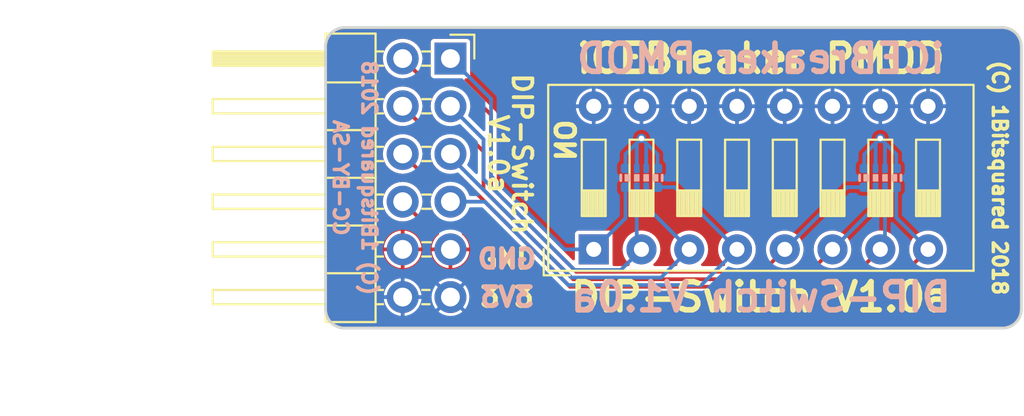
<source format=kicad_pcb>
(kicad_pcb (version 20221018) (generator pcbnew)
  (title_block (title "iCEBreaker PMOD - dip switch") (rev "V1.0a") (company "1BitSquared") (comment 1 "(C) 2018 Piotr Esden-Tempski <piotr@esden.net>") (comment 2 "(C) 2018 1BitSquared <info@1bitsquared.com>") (comment 3 "License: CC-BY-SA V4.0"))
  (layers (0 "F.Cu" signal) (31 "B.Cu" signal) (34 "B.Paste" user) (35 "F.Paste" user) (36 "B.SilkS" user "B.Silkscreen") (37 "F.SilkS" user "F.Silkscreen") (38 "B.Mask" user) (39 "F.Mask" user) (44 "Edge.Cuts" user))
  (net 0 "")
  (net 1 "GND")
  (net 2 "+3V3")
  (net 3 "/DIP1")
  (net 4 "/DIP2")
  (net 5 "/DIP3")
  (net 6 "/DIP4")
  (net 7 "/DIP8")
  (net 8 "/DIP7")
  (net 9 "/DIP6")
  (net 10 "/DIP5")
  (footprint "pkl_connectors:PMODHeader_2x06_P2.54mm_Horizontal" (layer "F.Cu") (at 36.64 46.55 180)
    (fp_text reference "J1")
    (fp_text value "PMOD")
    (fp_line (start -1.27 13.97) (end -1.27 12.7) (stroke (width 0.12)) (layer "F.SilkS"))
    (fp_line (start 0 13.97) (end -1.27 13.97) (stroke (width 0.12)) (layer "F.SilkS"))
    (fp_line (start 1.042929 2.16) (end 1.497071 2.16) (stroke (width 0.12)) (layer "F.SilkS"))
    (fp_line (start 1.042929 2.92) (end 1.497071 2.92) (stroke (width 0.12)) (layer "F.SilkS"))
    (fp_line (start 1.042929 4.7) (end 1.497071 4.7) (stroke (width 0.12)) (layer "F.SilkS"))
    (fp_line (start 1.042929 5.46) (end 1.497071 5.46) (stroke (width 0.12)) (layer "F.SilkS"))
    (fp_line (start 1.042929 7.24) (end 1.497071 7.24) (stroke (width 0.12)) (layer "F.SilkS"))
    (fp_line (start 1.042929 8) (end 1.497071 8) (stroke (width 0.12)) (layer "F.SilkS"))
    (fp_line (start 1.042929 9.78) (end 1.497071 9.78) (stroke (width 0.12)) (layer "F.SilkS"))
    (fp_line (start 1.042929 10.54) (end 1.497071 10.54) (stroke (width 0.12)) (layer "F.SilkS"))
    (fp_line (start 1.042929 12.32) (end 1.497071 12.32) (stroke (width 0.12)) (layer "F.SilkS"))
    (fp_line (start 1.042929 13.08) (end 1.497071 13.08) (stroke (width 0.12)) (layer "F.SilkS"))
    (fp_line (start 1.11 -0.38) (end 1.497071 -0.38) (stroke (width 0.12)) (layer "F.SilkS"))
    (fp_line (start 1.11 0.38) (end 1.497071 0.38) (stroke (width 0.12)) (layer "F.SilkS"))
    (fp_line (start 3.582929 -0.38) (end 3.98 -0.38) (stroke (width 0.12)) (layer "F.SilkS"))
    (fp_line (start 3.582929 0.38) (end 3.98 0.38) (stroke (width 0.12)) (layer "F.SilkS"))
    (fp_line (start 3.582929 2.16) (end 3.98 2.16) (stroke (width 0.12)) (layer "F.SilkS"))
    (fp_line (start 3.582929 2.92) (end 3.98 2.92) (stroke (width 0.12)) (layer "F.SilkS"))
    (fp_line (start 3.582929 4.7) (end 3.98 4.7) (stroke (width 0.12)) (layer "F.SilkS"))
    (fp_line (start 3.582929 5.46) (end 3.98 5.46) (stroke (width 0.12)) (layer "F.SilkS"))
    (fp_line (start 3.582929 7.24) (end 3.98 7.24) (stroke (width 0.12)) (layer "F.SilkS"))
    (fp_line (start 3.582929 8) (end 3.98 8) (stroke (width 0.12)) (layer "F.SilkS"))
    (fp_line (start 3.582929 9.78) (end 3.98 9.78) (stroke (width 0.12)) (layer "F.SilkS"))
    (fp_line (start 3.582929 10.54) (end 3.98 10.54) (stroke (width 0.12)) (layer "F.SilkS"))
    (fp_line (start 3.582929 12.32) (end 3.98 12.32) (stroke (width 0.12)) (layer "F.SilkS"))
    (fp_line (start 3.582929 13.08) (end 3.98 13.08) (stroke (width 0.12)) (layer "F.SilkS"))
    (fp_line (start 3.98 -1.33) (end 3.98 14.03) (stroke (width 0.12)) (layer "F.SilkS"))
    (fp_line (start 3.98 1.27) (end 6.64 1.27) (stroke (width 0.12)) (layer "F.SilkS"))
    (fp_line (start 3.98 3.81) (end 6.64 3.81) (stroke (width 0.12)) (layer "F.SilkS"))
    (fp_line (start 3.98 6.35) (end 6.64 6.35) (stroke (width 0.12)) (layer "F.SilkS"))
    (fp_line (start 3.98 8.89) (end 6.64 8.89) (stroke (width 0.12)) (layer "F.SilkS"))
    (fp_line (start 3.98 11.43) (end 6.64 11.43) (stroke (width 0.12)) (layer "F.SilkS"))
    (fp_line (start 3.98 14.03) (end 6.64 14.03) (stroke (width 0.12)) (layer "F.SilkS"))
    (fp_line (start 6.64 -1.33) (end 3.98 -1.33) (stroke (width 0.12)) (layer "F.SilkS"))
    (fp_line (start 6.64 -0.38) (end 12.64 -0.38) (stroke (width 0.12)) (layer "F.SilkS"))
    (fp_line (start 6.64 2.16) (end 12.64 2.16) (stroke (width 0.12)) (layer "F.SilkS"))
    (fp_line (start 6.64 4.7) (end 12.64 4.7) (stroke (width 0.12)) (layer "F.SilkS"))
    (fp_line (start 6.64 7.24) (end 12.64 7.24) (stroke (width 0.12)) (layer "F.SilkS"))
    (fp_line (start 6.64 9.78) (end 12.64 9.78) (stroke (width 0.12)) (layer "F.SilkS"))
    (fp_line (start 6.64 12.32) (end 12.64 12.32) (stroke (width 0.12)) (layer "F.SilkS"))
    (fp_line (start 6.64 12.38) (end 12.64 12.38) (stroke (width 0.12)) (layer "F.SilkS"))
    (fp_line (start 6.64 12.5) (end 12.64 12.5) (stroke (width 0.12)) (layer "F.SilkS"))
    (fp_line (start 6.64 12.62) (end 12.64 12.62) (stroke (width 0.12)) (layer "F.SilkS"))
    (fp_line (start 6.64 12.74) (end 12.64 12.74) (stroke (width 0.12)) (layer "F.SilkS"))
    (fp_line (start 6.64 12.86) (end 12.64 12.86) (stroke (width 0.12)) (layer "F.SilkS"))
    (fp_line (start 6.64 12.98) (end 12.64 12.98) (stroke (width 0.12)) (layer "F.SilkS"))
    (fp_line (start 6.64 14.03) (end 6.64 -1.33) (stroke (width 0.12)) (layer "F.SilkS"))
    (fp_line (start 12.64 -0.38) (end 12.64 0.38) (stroke (width 0.12)) (layer "F.SilkS"))
    (fp_line (start 12.64 0.38) (end 6.64 0.38) (stroke (width 0.12)) (layer "F.SilkS"))
    (fp_line (start 12.64 2.16) (end 12.64 2.92) (stroke (width 0.12)) (layer "F.SilkS"))
    (fp_line (start 12.64 2.92) (end 6.64 2.92) (stroke (width 0.12)) (layer "F.SilkS"))
    (fp_line (start 12.64 4.7) (end 12.64 5.46) (stroke (width 0.12)) (layer "F.SilkS"))
    (fp_line (start 12.64 5.46) (end 6.64 5.46) (stroke (width 0.12)) (layer "F.SilkS"))
    (fp_line (start 12.64 7.24) (end 12.64 8) (stroke (width 0.12)) (layer "F.SilkS"))
    (fp_line (start 12.64 8) (end 6.64 8) (stroke (width 0.12)) (layer "F.SilkS"))
    (fp_line (start 12.64 9.78) (end 12.64 10.54) (stroke (width 0.12)) (layer "F.SilkS"))
    (fp_line (start 12.64 10.54) (end 6.64 10.54) (stroke (width 0.12)) (layer "F.SilkS"))
    (fp_line (start 12.64 12.32) (end 12.64 13.08) (stroke (width 0.12)) (layer "F.SilkS"))
    (fp_line (start 12.64 13.08) (end 6.64 13.08) (stroke (width 0.12)) (layer "F.SilkS"))
    (pad "1" thru_hole rect (at 0 12.7 180) (size 1.7 1.7) (drill 1) (layers "*.Cu" "*.Mask") (net 3 "/DIP1"))
    (pad "2" thru_hole oval (at 0 10.16 180) (size 1.7 1.7) (drill 1) (layers "*.Cu" "*.Mask") (net 4 "/DIP2"))
    (pad "3" thru_hole oval (at 0 7.62 180) (size 1.7 1.7) (drill 1) (layers "*.Cu" "*.Mask") (net 5 "/DIP3"))
    (pad "4" thru_hole oval (at 0 5.08 180) (size 1.7 1.7) (drill 1) (layers "*.Cu" "*.Mask") (net 6 "/DIP4"))
    (pad "5" thru_hole oval (at 0 2.54 180) (size 1.7 1.7) (drill 1) (layers "*.Cu" "*.Mask") (net 1 "GND"))
    (pad "6" thru_hole circle (at 0 0 180) (size 1.7 1.7) (drill 1) (layers "*.Cu" "*.Mask") (net 2 "+3V3"))
    (pad "7" thru_hole circle (at 2.54 12.7 180) (size 1.7 1.7) (drill 1) (layers "*.Cu" "*.Mask") (net 10 "/DIP5"))
    (pad "8" thru_hole oval (at 2.54 10.16 180) (size 1.7 1.7) (drill 1) (layers "*.Cu" "*.Mask") (net 9 "/DIP6"))
    (pad "9" thru_hole oval (at 2.54 7.62 180) (size 1.7 1.7) (drill 1) (layers "*.Cu" "*.Mask") (net 8 "/DIP7"))
    (pad "10" thru_hole oval (at 2.54 5.08 180) (size 1.7 1.7) (drill 1) (layers "*.Cu" "*.Mask") (net 7 "/DIP8"))
    (pad "11" thru_hole oval (at 2.54 2.54 180) (size 1.7 1.7) (drill 1) (layers "*.Cu" "*.Mask") (net 1 "GND"))
    (pad "12" thru_hole oval (at 2.54 0 180) (size 1.7 1.7) (drill 1) (layers "*.Cu" "*.Mask") (net 2 "+3V3"))
  )
  (footprint "Button_Switch_THT:SW_DIP_SPSTx08_Slide_9.78x22.5mm_W7.62mm_P2.54mm" (layer "F.Cu") (at 44.26 44.01 90)
    (fp_text reference "SW1")
    (fp_text value "SW_DIP_x08")
    (fp_line (start -1.38 -2.66) (end -1.38 -1.277) (stroke (width 0.12)) (layer "F.SilkS"))
    (fp_line (start -1.38 -2.66) (end 0.004 -2.66) (stroke (width 0.12)) (layer "F.SilkS"))
    (fp_line (start -1.14 -2.42) (end -1.14 20.201) (stroke (width 0.12)) (layer "F.SilkS"))
    (fp_line (start -1.14 -2.42) (end 8.76 -2.42) (stroke (width 0.12)) (layer "F.SilkS"))
    (fp_line (start -1.14 20.201) (end 8.76 20.201) (stroke (width 0.12)) (layer "F.SilkS"))
    (fp_line (start 1.78 -0.635) (end 1.78 0.635) (stroke (width 0.12)) (layer "F.SilkS"))
    (fp_line (start 1.78 -0.515) (end 3.133333 -0.515) (stroke (width 0.12)) (layer "F.SilkS"))
    (fp_line (start 1.78 -0.395) (end 3.133333 -0.395) (stroke (width 0.12)) (layer "F.SilkS"))
    (fp_line (start 1.78 -0.275) (end 3.133333 -0.275) (stroke (width 0.12)) (layer "F.SilkS"))
    (fp_line (start 1.78 -0.155) (end 3.133333 -0.155) (stroke (width 0.12)) (layer "F.SilkS"))
    (fp_line (start 1.78 -0.035) (end 3.133333 -0.035) (stroke (width 0.12)) (layer "F.SilkS"))
    (fp_line (start 1.78 0.085) (end 3.133333 0.085) (stroke (width 0.12)) (layer "F.SilkS"))
    (fp_line (start 1.78 0.205) (end 3.133333 0.205) (stroke (width 0.12)) (layer "F.SilkS"))
    (fp_line (start 1.78 0.325) (end 3.133333 0.325) (stroke (width 0.12)) (layer "F.SilkS"))
    (fp_line (start 1.78 0.445) (end 3.133333 0.445) (stroke (width 0.12)) (layer "F.SilkS"))
    (fp_line (start 1.78 0.565) (end 3.133333 0.565) (stroke (width 0.12)) (layer "F.SilkS"))
    (fp_line (start 1.78 0.635) (end 5.84 0.635) (stroke (width 0.12)) (layer "F.SilkS"))
    (fp_line (start 1.78 1.905) (end 1.78 3.175) (stroke (width 0.12)) (layer "F.SilkS"))
    (fp_line (start 1.78 2.025) (end 3.133333 2.025) (stroke (width 0.12)) (layer "F.SilkS"))
    (fp_line (start 1.78 2.145) (end 3.133333 2.145) (stroke (width 0.12)) (layer "F.SilkS"))
    (fp_line (start 1.78 2.265) (end 3.133333 2.265) (stroke (width 0.12)) (layer "F.SilkS"))
    (fp_line (start 1.78 2.385) (end 3.133333 2.385) (stroke (width 0.12)) (layer "F.SilkS"))
    (fp_line (start 1.78 2.505) (end 3.133333 2.505) (stroke (width 0.12)) (layer "F.SilkS"))
    (fp_line (start 1.78 2.625) (end 3.133333 2.625) (stroke (width 0.12)) (layer "F.SilkS"))
    (fp_line (start 1.78 2.745) (end 3.133333 2.745) (stroke (width 0.12)) (layer "F.SilkS"))
    (fp_line (start 1.78 2.865) (end 3.133333 2.865) (stroke (width 0.12)) (layer "F.SilkS"))
    (fp_line (start 1.78 2.985) (end 3.133333 2.985) (stroke (width 0.12)) (layer "F.SilkS"))
    (fp_line (start 1.78 3.105) (end 3.133333 3.105) (stroke (width 0.12)) (layer "F.SilkS"))
    (fp_line (start 1.78 3.175) (end 5.84 3.175) (stroke (width 0.12)) (layer "F.SilkS"))
    (fp_line (start 1.78 4.445) (end 1.78 5.715) (stroke (width 0.12)) (layer "F.SilkS"))
    (fp_line (start 1.78 4.565) (end 3.133333 4.565) (stroke (width 0.12)) (layer "F.SilkS"))
    (fp_line (start 1.78 4.685) (end 3.133333 4.685) (stroke (width 0.12)) (layer "F.SilkS"))
    (fp_line (start 1.78 4.805) (end 3.133333 4.805) (stroke (width 0.12)) (layer "F.SilkS"))
    (fp_line (start 1.78 4.925) (end 3.133333 4.925) (stroke (width 0.12)) (layer "F.SilkS"))
    (fp_line (start 1.78 5.045) (end 3.133333 5.045) (stroke (width 0.12)) (layer "F.SilkS"))
    (fp_line (start 1.78 5.165) (end 3.133333 5.165) (stroke (width 0.12)) (layer "F.SilkS"))
    (fp_line (start 1.78 5.285) (end 3.133333 5.285) (stroke (width 0.12)) (layer "F.SilkS"))
    (fp_line (start 1.78 5.405) (end 3.133333 5.405) (stroke (width 0.12)) (layer "F.SilkS"))
    (fp_line (start 1.78 5.525) (end 3.133333 5.525) (stroke (width 0.12)) (layer "F.SilkS"))
    (fp_line (start 1.78 5.645) (end 3.133333 5.645) (stroke (width 0.12)) (layer "F.SilkS"))
    (fp_line (start 1.78 5.715) (end 5.84 5.715) (stroke (width 0.12)) (layer "F.SilkS"))
    (fp_line (start 1.78 6.985) (end 1.78 8.255) (stroke (width 0.12)) (layer "F.SilkS"))
    (fp_line (start 1.78 7.105) (end 3.133333 7.105) (stroke (width 0.12)) (layer "F.SilkS"))
    (fp_line (start 1.78 7.225) (end 3.133333 7.225) (stroke (width 0.12)) (layer "F.SilkS"))
    (fp_line (start 1.78 7.345) (end 3.133333 7.345) (stroke (width 0.12)) (layer "F.SilkS"))
    (fp_line (start 1.78 7.465) (end 3.133333 7.465) (stroke (width 0.12)) (layer "F.SilkS"))
    (fp_line (start 1.78 7.585) (end 3.133333 7.585) (stroke (width 0.12)) (layer "F.SilkS"))
    (fp_line (start 1.78 7.705) (end 3.133333 7.705) (stroke (width 0.12)) (layer "F.SilkS"))
    (fp_line (start 1.78 7.825) (end 3.133333 7.825) (stroke (width 0.12)) (layer "F.SilkS"))
    (fp_line (start 1.78 7.945) (end 3.133333 7.945) (stroke (width 0.12)) (layer "F.SilkS"))
    (fp_line (start 1.78 8.065) (end 3.133333 8.065) (stroke (width 0.12)) (layer "F.SilkS"))
    (fp_line (start 1.78 8.185) (end 3.133333 8.185) (stroke (width 0.12)) (layer "F.SilkS"))
    (fp_line (start 1.78 8.255) (end 5.84 8.255) (stroke (width 0.12)) (layer "F.SilkS"))
    (fp_line (start 1.78 9.525) (end 1.78 10.795) (stroke (width 0.12)) (layer "F.SilkS"))
    (fp_line (start 1.78 9.645) (end 3.133333 9.645) (stroke (width 0.12)) (layer "F.SilkS"))
    (fp_line (start 1.78 9.765) (end 3.133333 9.765) (stroke (width 0.12)) (layer "F.SilkS"))
    (fp_line (start 1.78 9.885) (end 3.133333 9.885) (stroke (width 0.12)) (layer "F.SilkS"))
    (fp_line (start 1.78 10.005) (end 3.133333 10.005) (stroke (width 0.12)) (layer "F.SilkS"))
    (fp_line (start 1.78 10.125) (end 3.133333 10.125) (stroke (width 0.12)) (layer "F.SilkS"))
    (fp_line (start 1.78 10.245) (end 3.133333 10.245) (stroke (width 0.12)) (layer "F.SilkS"))
    (fp_line (start 1.78 10.365) (end 3.133333 10.365) (stroke (width 0.12)) (layer "F.SilkS"))
    (fp_line (start 1.78 10.485) (end 3.133333 10.485) (stroke (width 0.12)) (layer "F.SilkS"))
    (fp_line (start 1.78 10.605) (end 3.133333 10.605) (stroke (width 0.12)) (layer "F.SilkS"))
    (fp_line (start 1.78 10.725) (end 3.133333 10.725) (stroke (width 0.12)) (layer "F.SilkS"))
    (fp_line (start 1.78 10.795) (end 5.84 10.795) (stroke (width 0.12)) (layer "F.SilkS"))
    (fp_line (start 1.78 12.065) (end 1.78 13.335) (stroke (width 0.12)) (layer "F.SilkS"))
    (fp_line (start 1.78 12.185) (end 3.133333 12.185) (stroke (width 0.12)) (layer "F.SilkS"))
    (fp_line (start 1.78 12.305) (end 3.133333 12.305) (stroke (width 0.12)) (layer "F.SilkS"))
    (fp_line (start 1.78 12.425) (end 3.133333 12.425) (stroke (width 0.12)) (layer "F.SilkS"))
    (fp_line (start 1.78 12.545) (end 3.133333 12.545) (stroke (width 0.12)) (layer "F.SilkS"))
    (fp_line (start 1.78 12.665) (end 3.133333 12.665) (stroke (width 0.12)) (layer "F.SilkS"))
    (fp_line (start 1.78 12.785) (end 3.133333 12.785) (stroke (width 0.12)) (layer "F.SilkS"))
    (fp_line (start 1.78 12.905) (end 3.133333 12.905) (stroke (width 0.12)) (layer "F.SilkS"))
    (fp_line (start 1.78 13.025) (end 3.133333 13.025) (stroke (width 0.12)) (layer "F.SilkS"))
    (fp_line (start 1.78 13.145) (end 3.133333 13.145) (stroke (width 0.12)) (layer "F.SilkS"))
    (fp_line (start 1.78 13.265) (end 3.133333 13.265) (stroke (width 0.12)) (layer "F.SilkS"))
    (fp_line (start 1.78 13.335) (end 5.84 13.335) (stroke (width 0.12)) (layer "F.SilkS"))
    (fp_line (start 1.78 14.605) (end 1.78 15.875) (stroke (width 0.12)) (layer "F.SilkS"))
    (fp_line (start 1.78 14.725) (end 3.133333 14.725) (stroke (width 0.12)) (layer "F.SilkS"))
    (fp_line (start 1.78 14.845) (end 3.133333 14.845) (stroke (width 0.12)) (layer "F.SilkS"))
    (fp_line (start 1.78 14.965) (end 3.133333 14.965) (stroke (width 0.12)) (layer "F.SilkS"))
    (fp_line (start 1.78 15.085) (end 3.133333 15.085) (stroke (width 0.12)) (layer "F.SilkS"))
    (fp_line (start 1.78 15.205) (end 3.133333 15.205) (stroke (width 0.12)) (layer "F.SilkS"))
    (fp_line (start 1.78 15.325) (end 3.133333 15.325) (stroke (width 0.12)) (layer "F.SilkS"))
    (fp_line (start 1.78 15.445) (end 3.133333 15.445) (stroke (width 0.12)) (layer "F.SilkS"))
    (fp_line (start 1.78 15.565) (end 3.133333 15.565) (stroke (width 0.12)) (layer "F.SilkS"))
    (fp_line (start 1.78 15.685) (end 3.133333 15.685) (stroke (width 0.12)) (layer "F.SilkS"))
    (fp_line (start 1.78 15.805) (end 3.133333 15.805) (stroke (width 0.12)) (layer "F.SilkS"))
    (fp_line (start 1.78 15.875) (end 5.84 15.875) (stroke (width 0.12)) (layer "F.SilkS"))
    (fp_line (start 1.78 17.145) (end 1.78 18.415) (stroke (width 0.12)) (layer "F.SilkS"))
    (fp_line (start 1.78 17.265) (end 3.133333 17.265) (stroke (width 0.12)) (layer "F.SilkS"))
    (fp_line (start 1.78 17.385) (end 3.133333 17.385) (stroke (width 0.12)) (layer "F.SilkS"))
    (fp_line (start 1.78 17.505) (end 3.133333 17.505) (stroke (width 0.12)) (layer "F.SilkS"))
    (fp_line (start 1.78 17.625) (end 3.133333 17.625) (stroke (width 0.12)) (layer "F.SilkS"))
    (fp_line (start 1.78 17.745) (end 3.133333 17.745) (stroke (width 0.12)) (layer "F.SilkS"))
    (fp_line (start 1.78 17.865) (end 3.133333 17.865) (stroke (width 0.12)) (layer "F.SilkS"))
    (fp_line (start 1.78 17.985) (end 3.133333 17.985) (stroke (width 0.12)) (layer "F.SilkS"))
    (fp_line (start 1.78 18.105) (end 3.133333 18.105) (stroke (width 0.12)) (layer "F.SilkS"))
    (fp_line (start 1.78 18.225) (end 3.133333 18.225) (stroke (width 0.12)) (layer "F.SilkS"))
    (fp_line (start 1.78 18.345) (end 3.133333 18.345) (stroke (width 0.12)) (layer "F.SilkS"))
    (fp_line (start 1.78 18.415) (end 5.84 18.415) (stroke (width 0.12)) (layer "F.SilkS"))
    (fp_line (start 3.133333 -0.635) (end 3.133333 0.635) (stroke (width 0.12)) (layer "F.SilkS"))
    (fp_line (start 3.133333 1.905) (end 3.133333 3.175) (stroke (width 0.12)) (layer "F.SilkS"))
    (fp_line (start 3.133333 4.445) (end 3.133333 5.715) (stroke (width 0.12)) (layer "F.SilkS"))
    (fp_line (start 3.133333 6.985) (end 3.133333 8.255) (stroke (width 0.12)) (layer "F.SilkS"))
    (fp_line (start 3.133333 9.525) (end 3.133333 10.795) (stroke (width 0.12)) (layer "F.SilkS"))
    (fp_line (start 3.133333 12.065) (end 3.133333 13.335) (stroke (width 0.12)) (layer "F.SilkS"))
    (fp_line (start 3.133333 14.605) (end 3.133333 15.875) (stroke (width 0.12)) (layer "F.SilkS"))
    (fp_line (start 3.133333 17.145) (end 3.133333 18.415) (stroke (width 0.12)) (layer "F.SilkS"))
    (fp_line (start 5.84 -0.635) (end 1.78 -0.635) (stroke (width 0.12)) (layer "F.SilkS"))
    (fp_line (start 5.84 0.635) (end 5.84 -0.635) (stroke (width 0.12)) (layer "F.SilkS"))
    (fp_line (start 5.84 1.905) (end 1.78 1.905) (stroke (width 0.12)) (layer "F.SilkS"))
    (fp_line (start 5.84 3.175) (end 5.84 1.905) (stroke (width 0.12)) (layer "F.SilkS"))
    (fp_line (start 5.84 4.445) (end 1.78 4.445) (stroke (width 0.12)) (layer "F.SilkS"))
    (fp_line (start 5.84 5.715) (end 5.84 4.445) (stroke (width 0.12)) (layer "F.SilkS"))
    (fp_line (start 5.84 6.985) (end 1.78 6.985) (stroke (width 0.12)) (layer "F.SilkS"))
    (fp_line (start 5.84 8.255) (end 5.84 6.985) (stroke (width 0.12)) (layer "F.SilkS"))
    (fp_line (start 5.84 9.525) (end 1.78 9.525) (stroke (width 0.12)) (layer "F.SilkS"))
    (fp_line (start 5.84 10.795) (end 5.84 9.525) (stroke (width 0.12)) (layer "F.SilkS"))
    (fp_line (start 5.84 12.065) (end 1.78 12.065) (stroke (width 0.12)) (layer "F.SilkS"))
    (fp_line (start 5.84 13.335) (end 5.84 12.065) (stroke (width 0.12)) (layer "F.SilkS"))
    (fp_line (start 5.84 14.605) (end 1.78 14.605) (stroke (width 0.12)) (layer "F.SilkS"))
    (fp_line (start 5.84 15.875) (end 5.84 14.605) (stroke (width 0.12)) (layer "F.SilkS"))
    (fp_line (start 5.84 17.145) (end 1.78 17.145) (stroke (width 0.12)) (layer "F.SilkS"))
    (fp_line (start 5.84 18.415) (end 5.84 17.145) (stroke (width 0.12)) (layer "F.SilkS"))
    (fp_line (start 8.76 -2.42) (end 8.76 20.201) (stroke (width 0.12)) (layer "F.SilkS"))
    (pad "1" thru_hole rect (at 0 0 90) (size 1.6 1.6) (drill 0.8) (layers "*.Cu" "*.Mask") (net 3 "/DIP1"))
    (pad "2" thru_hole oval (at 0 2.54 90) (size 1.6 1.6) (drill 0.8) (layers "*.Cu" "*.Mask") (net 4 "/DIP2"))
    (pad "3" thru_hole oval (at 0 5.08 90) (size 1.6 1.6) (drill 0.8) (layers "*.Cu" "*.Mask") (net 5 "/DIP3"))
    (pad "4" thru_hole oval (at 0 7.62 90) (size 1.6 1.6) (drill 0.8) (layers "*.Cu" "*.Mask") (net 6 "/DIP4"))
    (pad "5" thru_hole oval (at 0 10.16 90) (size 1.6 1.6) (drill 0.8) (layers "*.Cu" "*.Mask") (net 10 "/DIP5"))
    (pad "6" thru_hole oval (at 0 12.7 90) (size 1.6 1.6) (drill 0.8) (layers "*.Cu" "*.Mask") (net 9 "/DIP6"))
    (pad "7" thru_hole oval (at 0 15.24 90) (size 1.6 1.6) (drill 0.8) (layers "*.Cu" "*.Mask") (net 8 "/DIP7"))
    (pad "8" thru_hole oval (at 0 17.78 90) (size 1.6 1.6) (drill 0.8) (layers "*.Cu" "*.Mask") (net 7 "/DIP8"))
    (pad "9" thru_hole oval (at 7.62 17.78 90) (size 1.6 1.6) (drill 0.8) (layers "*.Cu" "*.Mask") (net 2 "+3V3"))
    (pad "10" thru_hole oval (at 7.62 15.24 90) (size 1.6 1.6) (drill 0.8) (layers "*.Cu" "*.Mask") (net 2 "+3V3"))
    (pad "11" thru_hole oval (at 7.62 12.7 90) (size 1.6 1.6) (drill 0.8) (layers "*.Cu" "*.Mask") (net 2 "+3V3"))
    (pad "12" thru_hole oval (at 7.62 10.16 90) (size 1.6 1.6) (drill 0.8) (layers "*.Cu" "*.Mask") (net 2 "+3V3"))
    (pad "13" thru_hole oval (at 7.62 7.62 90) (size 1.6 1.6) (drill 0.8) (layers "*.Cu" "*.Mask") (net 2 "+3V3"))
    (pad "14" thru_hole oval (at 7.62 5.08 90) (size 1.6 1.6) (drill 0.8) (layers "*.Cu" "*.Mask") (net 2 "+3V3"))
    (pad "15" thru_hole oval (at 7.62 2.54 90) (size 1.6 1.6) (drill 0.8) (layers "*.Cu" "*.Mask") (net 2 "+3V3"))
    (pad "16" thru_hole oval (at 7.62 0 90) (size 1.6 1.6) (drill 0.8) (layers "*.Cu" "*.Mask") (net 2 "+3V3"))
  )
  (footprint "pkl_dipol:R_Array_Convex_4x0402" (layer "B.Cu") (at 46.8 40.2 -90)
    (fp_text reference "R1")
    (fp_text value "10k")
    (fp_line (start 0.15 -1.1) (end -0.15 -1.1) (stroke (width 0.15)) (layer "B.SilkS"))
    (fp_line (start 0.15 1.1) (end -0.15 1.1) (stroke (width 0.15)) (layer "B.SilkS"))
    (fp_poly (pts (xy -0.175 -0.625) (xy 0.175 -0.625) (xy 0.175 -0.875) (xy -0.175 -0.875)) (stroke (width 0.05)) (fill solid) (layer "B.SilkS"))
    (fp_poly (pts (xy -0.175 -0.125) (xy 0.175 -0.125) (xy 0.175 -0.375) (xy -0.175 -0.375)) (stroke (width 0.05)) (fill solid) (layer "B.SilkS"))
    (fp_poly (pts (xy -0.175 0.375) (xy 0.175 0.375) (xy 0.175 0.125) (xy -0.175 0.125)) (stroke (width 0.05)) (fill solid) (layer "B.SilkS"))
    (fp_poly (pts (xy -0.175 0.875) (xy 0.175 0.875) (xy 0.175 0.625) (xy -0.175 0.625)) (stroke (width 0.05)) (fill solid) (layer "B.SilkS"))
    (pad "1" smd roundrect (at -0.5 0.85 270) (size 0.5 0.5) (layers "B.Cu" "B.Paste" "B.Mask") (net 1 "GND"))
    (pad "2" smd roundrect (at 0.5 0.85 270) (size 0.5 0.5) (layers "B.Cu" "B.Paste" "B.Mask") (net 3 "/DIP1"))
    (pad "3" smd roundrect (at -0.5 0.25 270) (size 0.5 0.3) (layers "B.Cu" "B.Paste" "B.Mask") (net 1 "GND"))
    (pad "4" smd roundrect (at 0.5 0.25 270) (size 0.5 0.3) (layers "B.Cu" "B.Paste" "B.Mask") (net 4 "/DIP2"))
    (pad "5" smd roundrect (at -0.5 -0.25 270) (size 0.5 0.3) (layers "B.Cu" "B.Paste" "B.Mask") (net 1 "GND"))
    (pad "6" smd roundrect (at 0.5 -0.25 270) (size 0.5 0.3) (layers "B.Cu" "B.Paste" "B.Mask") (net 5 "/DIP3"))
    (pad "7" smd roundrect (at -0.5 -0.85 270) (size 0.5 0.5) (layers "B.Cu" "B.Paste" "B.Mask") (net 1 "GND"))
    (pad "8" smd roundrect (at 0.5 -0.85 270) (size 0.5 0.5) (layers "B.Cu" "B.Paste" "B.Mask") (net 6 "/DIP4"))
  )
  (footprint "pkl_dipol:R_Array_Convex_4x0402" (layer "B.Cu") (at 59.5 40.2 -90)
    (fp_text reference "R2")
    (fp_text value "10k")
    (fp_line (start 0.15 -1.1) (end -0.15 -1.1) (stroke (width 0.15)) (layer "B.SilkS"))
    (fp_line (start 0.15 1.1) (end -0.15 1.1) (stroke (width 0.15)) (layer "B.SilkS"))
    (fp_poly (pts (xy -0.175 -0.625) (xy 0.175 -0.625) (xy 0.175 -0.875) (xy -0.175 -0.875)) (stroke (width 0.05)) (fill solid) (layer "B.SilkS"))
    (fp_poly (pts (xy -0.175 -0.125) (xy 0.175 -0.125) (xy 0.175 -0.375) (xy -0.175 -0.375)) (stroke (width 0.05)) (fill solid) (layer "B.SilkS"))
    (fp_poly (pts (xy -0.175 0.375) (xy 0.175 0.375) (xy 0.175 0.125) (xy -0.175 0.125)) (stroke (width 0.05)) (fill solid) (layer "B.SilkS"))
    (fp_poly (pts (xy -0.175 0.875) (xy 0.175 0.875) (xy 0.175 0.625) (xy -0.175 0.625)) (stroke (width 0.05)) (fill solid) (layer "B.SilkS"))
    (pad "1" smd roundrect (at -0.5 0.85 270) (size 0.5 0.5) (layers "B.Cu" "B.Paste" "B.Mask") (net 1 "GND"))
    (pad "2" smd roundrect (at 0.5 0.85 270) (size 0.5 0.5) (layers "B.Cu" "B.Paste" "B.Mask") (net 10 "/DIP5"))
    (pad "3" smd roundrect (at -0.5 0.25 270) (size 0.5 0.3) (layers "B.Cu" "B.Paste" "B.Mask") (net 1 "GND"))
    (pad "4" smd roundrect (at 0.5 0.25 270) (size 0.5 0.3) (layers "B.Cu" "B.Paste" "B.Mask") (net 9 "/DIP6"))
    (pad "5" smd roundrect (at -0.5 -0.25 270) (size 0.5 0.3) (layers "B.Cu" "B.Paste" "B.Mask") (net 1 "GND"))
    (pad "6" smd roundrect (at 0.5 -0.25 270) (size 0.5 0.3) (layers "B.Cu" "B.Paste" "B.Mask") (net 8 "/DIP7"))
    (pad "7" smd roundrect (at -0.5 -0.85 270) (size 0.5 0.5) (layers "B.Cu" "B.Paste" "B.Mask") (net 1 "GND"))
    (pad "8" smd roundrect (at 0.5 -0.85 270) (size 0.5 0.5) (layers "B.Cu" "B.Paste" "B.Mask") (net 7 "/DIP8"))
  )
  (gr_line (start 67 33.2) (end 67 47.2) (stroke (width 0.15)) (layer "Edge.Cuts"))
  (gr_arc (start 66 32.2) (mid 66.707107 32.492893) (end 67 33.2) (stroke (width 0.15)) (layer "Edge.Cuts"))
  (gr_arc (start 67 47.2) (mid 66.707107 47.907107) (end 66 48.2) (stroke (width 0.15)) (layer "Edge.Cuts"))
  (gr_line (start 31 32.2) (end 66 32.2) (stroke (width 0.15)) (layer "Edge.Cuts"))
  (gr_line (start 66 48.2) (end 31 48.2) (stroke (width 0.15)) (layer "Edge.Cuts"))
  (gr_arc (start 31 48.2) (mid 30.292893 47.907107) (end 30 47.2) (stroke (width 0.15)) (layer "Edge.Cuts"))
  (gr_line (start 30 47.2) (end 30 33.2) (stroke (width 0.15)) (layer "Edge.Cuts"))
  (gr_arc (start 30 33.2) (mid 30.292893 32.492893) (end 31 32.2) (stroke (width 0.15)) (layer "Edge.Cuts"))
  (gr_text "iCEBreaker PMOD" (at 53.15 33.85) (layer "B.SilkS") (effects (font (size 1.5 1.5) (thickness 0.3)) (justify mirror)))
  (gr_text "GND" (at 39.652 44.518) (layer "B.SilkS") (effects (font (size 1 1) (thickness 0.25)) (justify mirror)))
  (gr_text "3V3" (at 39.652 46.55) (layer "B.SilkS") (effects (font (size 1 1) (thickness 0.25)) (justify mirror)))
  (gr_text "(C) 1Bitsquared 2018" (at 32.322 40.2 270) (layer "B.SilkS") (effects (font (size 0.75 0.75) (thickness 0.1875)) (justify mirror)))
  (gr_text "CC-BY-SA" (at 30.798 40.2 270) (layer "B.SilkS") (effects (font (size 0.75 0.75) (thickness 0.1875)) (justify mirror)))
  (gr_text "DIP-Switch V1.0a" (at 53.15 46.55) (layer "B.SilkS") (effects (font (size 1.5 1.5) (thickness 0.3)) (justify mirror)))
  (gr_text "V1.0a" (at 39.18 38.93 270) (layer "F.SilkS") (effects (font (size 1 1) (thickness 0.2))))
  (gr_text "DIP-Switch" (at 40.45 38.93 270) (layer "F.SilkS") (effects (font (size 1 1) (thickness 0.2))))
  (gr_text "(C) 1Bitsquared 2018" (at 65.85 40.2 270) (layer "F.SilkS") (effects (font (size 0.75 0.75) (thickness 0.1875))))
  (gr_text "GND" (at 39.652 44.518) (layer "F.SilkS") (effects (font (size 1 1) (thickness 0.25))))
  (gr_text "3V3" (at 39.652 46.55) (layer "F.SilkS") (effects (font (size 1 1) (thickness 0.25))))
  (gr_text "iCEBreaker PMOD" (at 53.15 33.85) (layer "F.SilkS") (effects (font (size 1.5 1.5) (thickness 0.3))))
  (gr_text "DIP-Switch V1.0a" (at 53.15 46.55) (layer "F.SilkS") (effects (font (size 1.5 1.5) (thickness 0.3))))
  (gr_text "ON" (at 42.8 38.2 90) (layer "F.SilkS") (effects (font (size 1 1) (thickness 0.25)) (justify mirror)))
  (via (at 46.8 38.1) (size 0.5) (drill 0.3) (layers "F.Cu" "B.Cu") (net 1))
  (via (at 59.5 38.1) (size 0.5) (drill 0.3) (layers "F.Cu" "B.Cu") (net 1))
  (segment (start 59.75 39.7) (end 59.75 38.35) (width 0.2) (layer "B.Cu") (net 1))
  (segment (start 47.05 39.7) (end 47.05 38.35) (width 0.2) (layer "B.Cu") (net 1))
  (segment (start 58.65 38.95) (end 59.5 38.1) (width 0.2) (layer "B.Cu") (net 1))
  (segment (start 46.55 38.35) (end 46.8 38.1) (width 0.2) (layer "B.Cu") (net 1))
  (segment (start 46.55 39.7) (end 46.55 38.35) (width 0.2) (layer "B.Cu") (net 1))
  (segment (start 45.95 39.7) (end 45.95 38.95) (width 0.2) (layer "B.Cu") (net 1))
  (segment (start 47.05 38.35) (end 46.8 38.1) (width 0.2) (layer "B.Cu") (net 1))
  (segment (start 59.25 39.7) (end 59.25 38.35) (width 0.2) (layer "B.Cu") (net 1))
  (segment (start 46.8 38.1) (end 47.65 38.95) (width 0.2) (layer "B.Cu") (net 1))
  (segment (start 58.65 39.7) (end 58.65 38.95) (width 0.2) (layer "B.Cu") (net 1))
  (segment (start 60.35 38.95) (end 60.35 39.7) (width 0.2) (layer "B.Cu") (net 1))
  (segment (start 59.25 38.35) (end 59.5 38.1) (width 0.2) (layer "B.Cu") (net 1))
  (segment (start 45.95 38.95) (end 46.8 38.1) (width 0.2) (layer "B.Cu") (net 1))
  (segment (start 59.5 38.1) (end 60.35 38.95) (width 0.2) (layer "B.Cu") (net 1))
  (segment (start 47.65 38.95) (end 47.65 39.7) (width 0.2) (layer "B.Cu") (net 1))
  (segment (start 59.75 38.35) (end 59.5 38.1) (width 0.2) (layer "B.Cu") (net 1))
  (segment (start 44.26 44.01) (end 44.29 44.01) (width 0.2) (layer "B.Cu") (net 3))
  (segment (start 42.71 44.01) (end 44.26 44.01) (width 0.2) (layer "B.Cu") (net 3))
  (segment (start 38.8 40.1) (end 42.71 44.01) (width 0.2) (layer "B.Cu") (net 3))
  (segment (start 44.29 44.01) (end 45.95 42.35) (width 0.2) (layer "B.Cu") (net 3))
  (segment (start 36.65 33.85) (end 38.8 36) (width 0.2) (layer "B.Cu") (net 3))
  (segment (start 38.8 36) (end 38.8 40.1) (width 0.2) (layer "B.Cu") (net 3))
  (segment (start 45.95 42.35) (end 45.95 40.7) (width 0.2) (layer "B.Cu") (net 3))
  (segment (start 36.64 33.85) (end 36.65 33.85) (width 0.2) (layer "B.Cu") (net 3))
  (segment (start 46.55 40.7) (end 46.55 43.76) (width 0.2) (layer "B.Cu") (net 4))
  (segment (start 43.2414 45.11) (end 45.7 45.11) (width 0.2) (layer "B.Cu") (net 4))
  (segment (start 46.55 43.76) (end 46.8 44.01) (width 0.2) (layer "B.Cu") (net 4))
  (segment (start 36.64 36.39) (end 38.4 38.15) (width 0.2) (layer "B.Cu") (net 4))
  (segment (start 45.7 45.11) (end 46.000001 44.809999) (width 0.2) (layer "B.Cu") (net 4))
  (segment (start 38.4 40.2686) (end 43.2414 45.11) (width 0.2) (layer "B.Cu") (net 4))
  (segment (start 46.000001 44.809999) (end 46.8 44.01) (width 0.2) (layer "B.Cu") (net 4))
  (segment (start 38.4 38.15) (end 38.4 40.2686) (width 0.2) (layer "B.Cu") (net 4))
  (segment (start 43.075711 45.510011) (end 47.839989 45.510011) (width 0.2) (layer "B.Cu") (net 5))
  (segment (start 36.64 39.0743) (end 43.075711 45.510011) (width 0.2) (layer "B.Cu") (net 5))
  (segment (start 47.05 41.72) (end 49.34 44.01) (width 0.2) (layer "B.Cu") (net 5))
  (segment (start 47.839989 45.510011) (end 49.34 44.01) (width 0.2) (layer "B.Cu") (net 5))
  (segment (start 36.64 38.93) (end 36.64 39.0743) (width 0.2) (layer "B.Cu") (net 5))
  (segment (start 47.05 40.7) (end 47.05 41.72) (width 0.2) (layer "B.Cu") (net 5))
  (segment (start 42.910022 45.910022) (end 49.979978 45.910022) (width 0.2) (layer "B.Cu") (net 6))
  (segment (start 47.65 40.7) (end 48.57 40.7) (width 0.2) (layer "B.Cu") (net 6))
  (segment (start 51.080001 44.809999) (end 51.88 44.01) (width 0.2) (layer "B.Cu") (net 6))
  (segment (start 48.57 40.7) (end 51.88 44.01) (width 0.2) (layer "B.Cu") (net 6))
  (segment (start 38.47 41.47) (end 42.910022 45.910022) (width 0.2) (layer "B.Cu") (net 6))
  (segment (start 36.64 41.47) (end 38.47 41.47) (width 0.2) (layer "B.Cu") (net 6))
  (segment (start 49.979978 45.910022) (end 51.080001 44.809999) (width 0.2) (layer "B.Cu") (net 6))
  (segment (start 39.2 42.8) (end 42.800033 46.400033) (width 0.2) (layer "F.Cu") (net 7))
  (segment (start 35.43 42.8) (end 39.2 42.8) (width 0.2) (layer "F.Cu") (net 7))
  (segment (start 34.1 41.47) (end 35.43 42.8) (width 0.2) (layer "F.Cu") (net 7))
  (segment (start 42.800033 46.400033) (end 59.649967 46.400033) (width 0.2) (layer "F.Cu") (net 7))
  (segment (start 59.649967 46.400033) (end 62.04 44.01) (width 0.2) (layer "F.Cu") (net 7))
  (segment (start 60.35 42.32) (end 62.04 44.01) (width 0.2) (layer "B.Cu") (net 7))
  (segment (start 60.35 40.7) (end 60.35 42.32) (width 0.2) (layer "B.Cu") (net 7))
  (segment (start 35.37 40.2) (end 37.2 40.2) (width 0.2) (layer "F.Cu") (net 8))
  (segment (start 57.509978 46.000022) (end 58.700001 44.809999) (width 0.2) (layer "F.Cu") (net 8))
  (segment (start 43.000022 46.000022) (end 57.509978 46.000022) (width 0.2) (layer "F.Cu") (net 8))
  (segment (start 34.1 38.93) (end 35.37 40.2) (width 0.2) (layer "F.Cu") (net 8))
  (segment (start 37.2 40.2) (end 43.000022 46.000022) (width 0.2) (layer "F.Cu") (net 8))
  (segment (start 58.700001 44.809999) (end 59.5 44.01) (width 0.2) (layer "F.Cu") (net 8))
  (segment (start 59.75 43.76) (end 59.5 44.01) (width 0.2) (layer "B.Cu") (net 8))
  (segment (start 59.75 40.7) (end 59.75 43.76) (width 0.2) (layer "B.Cu") (net 8))
  (segment (start 35.41 37.7) (end 37.3 37.7) (width 0.2) (layer "F.Cu") (net 9))
  (segment (start 43.165711 45.600011) (end 55.369989 45.600011) (width 0.2) (layer "F.Cu") (net 9))
  (segment (start 34.1 36.39) (end 35.41 37.7) (width 0.2) (layer "F.Cu") (net 9))
  (segment (start 55.369989 45.600011) (end 56.160001 44.809999) (width 0.2) (layer "F.Cu") (net 9))
  (segment (start 38.4 40.8343) (end 43.165711 45.600011) (width 0.2) (layer "F.Cu") (net 9))
  (segment (start 37.3 37.7) (end 38.4 38.8) (width 0.2) (layer "F.Cu") (net 9))
  (segment (start 56.160001 44.809999) (end 56.96 44.01) (width 0.2) (layer "F.Cu") (net 9))
  (segment (start 38.4 38.8) (end 38.4 40.8343) (width 0.2) (layer "F.Cu") (net 9))
  (segment (start 59.25 40.7) (end 59.25 41.72) (width 0.2) (layer "B.Cu") (net 9))
  (segment (start 59.25 41.72) (end 56.96 44.01) (width 0.2) (layer "B.Cu") (net 9))
  (segment (start 34.1 33.85) (end 35.45 35.2) (width 0.2) (layer "F.Cu") (net 10))
  (segment (start 43.3314 45.2) (end 53.23 45.2) (width 0.2) (layer "F.Cu") (net 10))
  (segment (start 37.152002 35.2) (end 38.8 36.847998) (width 0.2) (layer "F.Cu") (net 10))
  (segment (start 38.8 36.847998) (end 38.8 40.6686) (width 0.2) (layer "F.Cu") (net 10))
  (segment (start 38.8 40.6686) (end 43.3314 45.2) (width 0.2) (layer "F.Cu") (net 10))
  (segment (start 35.45 35.2) (end 37.152002 35.2) (width 0.2) (layer "F.Cu") (net 10))
  (segment (start 53.23 45.2) (end 54.42 44.01) (width 0.2) (layer "F.Cu") (net 10))
  (segment (start 58.65 40.7) (end 57.73 40.7) (width 0.2) (layer "B.Cu") (net 10))
  (segment (start 57.73 40.7) (end 54.42 44.01) (width 0.2) (layer "B.Cu") (net 10))
  (zone (net 1) (net_name "GND") (layer "F.Cu") (connect_pads (clearance 0.15)) (min_thickness 0.15) (fill yes (thermal_gap 0.15) (thermal_bridge_width 0.2))
    (polygon (pts (xy 30 32.2) (xy 67 32.2) (xy 67 48.2) (xy 30 48.2)))
  )
  (zone (net 2) (net_name "+3V3") (layer "B.Cu") (connect_pads (clearance 0.15)) (min_thickness 0.15) (fill yes (thermal_gap 0.15) (thermal_bridge_width 0.2))
    (polygon (pts (xy 30 32.2) (xy 67 32.2) (xy 67 48.2) (xy 30 48.2)))
  )
)
</source>
